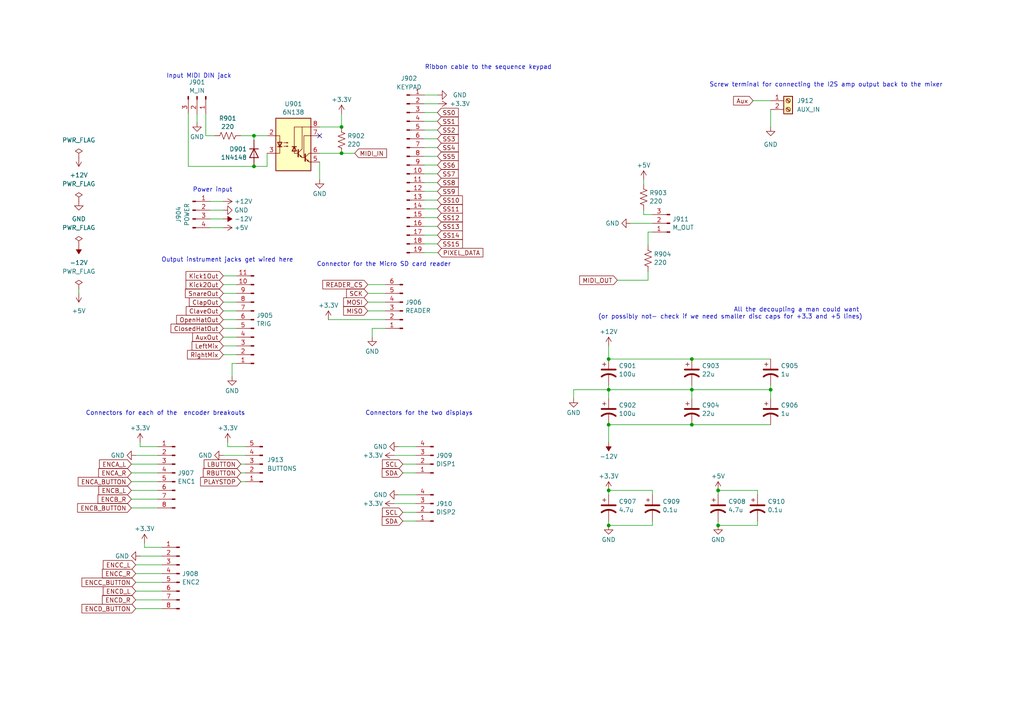
<source format=kicad_sch>
(kicad_sch (version 20230121) (generator eeschema)
  (paper "A4")
  (lib_symbols
    (symbol "Connector:Conn_01x03_Pin" (pin_names (offset 1.016) hide)
      (property "Reference" "J" (at 0 5.08 0))
      (property "Value" "Conn_01x03_Pin" (at 0 -5.08 0))
      (symbol "Conn_01x03_Pin_1_1"
        (polyline (pts (xy 1.27 -2.54) (xy 0.8636 -2.54)) (stroke (width 0.1524)))
        (polyline (pts (xy 1.27 0) (xy 0.8636 0)) (stroke (width 0.1524)))
        (polyline (pts (xy 1.27 2.54) (xy 0.8636 2.54)) (stroke (width 0.1524)))
        (rectangle (start 0.8636 -2.413) (end 0 -2.667) (stroke (width 0.1524)) (fill (type outline)))
        (rectangle (start 0.8636 0.127) (end 0 -0.127) (stroke (width 0.1524)) (fill (type outline)))
        (rectangle (start 0.8636 2.667) (end 0 2.413) (stroke (width 0.1524)) (fill (type outline)))
        (pin passive line (at 5.08 2.54 180) (length 3.81) (name "Pin_1") (number "1"))
        (pin passive line (at 5.08 0 180) (length 3.81) (name "Pin_2") (number "2"))
        (pin passive line (at 5.08 -2.54 180) (length 3.81) (name "Pin_3") (number "3"))
      )
    )
    (symbol "Connector:Conn_01x04_Pin" (pin_names (offset 1.016) hide)
      (property "Reference" "J" (at 0 5.08 0))
      (property "Value" "Conn_01x04_Pin" (at 0 -7.62 0))
      (symbol "Conn_01x04_Pin_1_1"
        (polyline (pts (xy 1.27 -5.08) (xy 0.8636 -5.08)) (stroke (width 0.1524)))
        (polyline (pts (xy 1.27 -2.54) (xy 0.8636 -2.54)) (stroke (width 0.1524)))
        (polyline (pts (xy 1.27 0) (xy 0.8636 0)) (stroke (width 0.1524)))
        (polyline (pts (xy 1.27 2.54) (xy 0.8636 2.54)) (stroke (width 0.1524)))
        (rectangle (start 0.8636 -4.953) (end 0 -5.207) (stroke (width 0.1524)) (fill (type outline)))
        (rectangle (start 0.8636 -2.413) (end 0 -2.667) (stroke (width 0.1524)) (fill (type outline)))
        (rectangle (start 0.8636 0.127) (end 0 -0.127) (stroke (width 0.1524)) (fill (type outline)))
        (rectangle (start 0.8636 2.667) (end 0 2.413) (stroke (width 0.1524)) (fill (type outline)))
        (pin passive line (at 5.08 2.54 180) (length 3.81) (name "Pin_1") (number "1"))
        (pin passive line (at 5.08 0 180) (length 3.81) (name "Pin_2") (number "2"))
        (pin passive line (at 5.08 -2.54 180) (length 3.81) (name "Pin_3") (number "3"))
        (pin passive line (at 5.08 -5.08 180) (length 3.81) (name "Pin_4") (number "4"))
      )
    )
    (symbol "Connector:Conn_01x05_Pin" (pin_names (offset 1.016) hide)
      (property "Reference" "J" (at 0 7.62 0))
      (property "Value" "Conn_01x05_Pin" (at 0 -7.62 0))
      (symbol "Conn_01x05_Pin_1_1"
        (polyline (pts (xy 1.27 -5.08) (xy 0.8636 -5.08)) (stroke (width 0.1524)))
        (polyline (pts (xy 1.27 -2.54) (xy 0.8636 -2.54)) (stroke (width 0.1524)))
        (polyline (pts (xy 1.27 0) (xy 0.8636 0)) (stroke (width 0.1524)))
        (polyline (pts (xy 1.27 2.54) (xy 0.8636 2.54)) (stroke (width 0.1524)))
        (polyline (pts (xy 1.27 5.08) (xy 0.8636 5.08)) (stroke (width 0.1524)))
        (rectangle (start 0.8636 -4.953) (end 0 -5.207) (stroke (width 0.1524)) (fill (type outline)))
        (rectangle (start 0.8636 -2.413) (end 0 -2.667) (stroke (width 0.1524)) (fill (type outline)))
        (rectangle (start 0.8636 0.127) (end 0 -0.127) (stroke (width 0.1524)) (fill (type outline)))
        (rectangle (start 0.8636 2.667) (end 0 2.413) (stroke (width 0.1524)) (fill (type outline)))
        (rectangle (start 0.8636 5.207) (end 0 4.953) (stroke (width 0.1524)) (fill (type outline)))
        (pin passive line (at 5.08 5.08 180) (length 3.81) (name "Pin_1") (number "1"))
        (pin passive line (at 5.08 2.54 180) (length 3.81) (name "Pin_2") (number "2"))
        (pin passive line (at 5.08 0 180) (length 3.81) (name "Pin_3") (number "3"))
        (pin passive line (at 5.08 -2.54 180) (length 3.81) (name "Pin_4") (number "4"))
        (pin passive line (at 5.08 -5.08 180) (length 3.81) (name "Pin_5") (number "5"))
      )
    )
    (symbol "Connector:Conn_01x06_Pin" (pin_names (offset 1.016) hide)
      (property "Reference" "J" (at 0 7.62 0))
      (property "Value" "Conn_01x06_Pin" (at 0 -10.16 0))
      (symbol "Conn_01x06_Pin_1_1"
        (polyline (pts (xy 1.27 -7.62) (xy 0.8636 -7.62)) (stroke (width 0.1524)))
        (polyline (pts (xy 1.27 -5.08) (xy 0.8636 -5.08)) (stroke (width 0.1524)))
        (polyline (pts (xy 1.27 -2.54) (xy 0.8636 -2.54)) (stroke (width 0.1524)))
        (polyline (pts (xy 1.27 0) (xy 0.8636 0)) (stroke (width 0.1524)))
        (polyline (pts (xy 1.27 2.54) (xy 0.8636 2.54)) (stroke (width 0.1524)))
        (polyline (pts (xy 1.27 5.08) (xy 0.8636 5.08)) (stroke (width 0.1524)))
        (rectangle (start 0.8636 -7.493) (end 0 -7.747) (stroke (width 0.1524)) (fill (type outline)))
        (rectangle (start 0.8636 -4.953) (end 0 -5.207) (stroke (width 0.1524)) (fill (type outline)))
        (rectangle (start 0.8636 -2.413) (end 0 -2.667) (stroke (width 0.1524)) (fill (type outline)))
        (rectangle (start 0.8636 0.127) (end 0 -0.127) (stroke (width 0.1524)) (fill (type outline)))
        (rectangle (start 0.8636 2.667) (end 0 2.413) (stroke (width 0.1524)) (fill (type outline)))
        (rectangle (start 0.8636 5.207) (end 0 4.953) (stroke (width 0.1524)) (fill (type outline)))
        (pin passive line (at 5.08 5.08 180) (length 3.81) (name "Pin_1") (number "1"))
        (pin passive line (at 5.08 2.54 180) (length 3.81) (name "Pin_2") (number "2"))
        (pin passive line (at 5.08 0 180) (length 3.81) (name "Pin_3") (number "3"))
        (pin passive line (at 5.08 -2.54 180) (length 3.81) (name "Pin_4") (number "4"))
        (pin passive line (at 5.08 -5.08 180) (length 3.81) (name "Pin_5") (number "5"))
        (pin passive line (at 5.08 -7.62 180) (length 3.81) (name "Pin_6") (number "6"))
      )
    )
    (symbol "Connector:Conn_01x08_Pin" (pin_names (offset 1.016) hide)
      (property "Reference" "J" (at 0 10.16 0))
      (property "Value" "Conn_01x08_Pin" (at 0 -12.7 0))
      (symbol "Conn_01x08_Pin_1_1"
        (polyline (pts (xy 1.27 -10.16) (xy 0.8636 -10.16)) (stroke (width 0.1524)))
        (polyline (pts (xy 1.27 -7.62) (xy 0.8636 -7.62)) (stroke (width 0.1524)))
        (polyline (pts (xy 1.27 -5.08) (xy 0.8636 -5.08)) (stroke (width 0.1524)))
        (polyline (pts (xy 1.27 -2.54) (xy 0.8636 -2.54)) (stroke (width 0.1524)))
        (polyline (pts (xy 1.27 0) (xy 0.8636 0)) (stroke (width 0.1524)))
        (polyline (pts (xy 1.27 2.54) (xy 0.8636 2.54)) (stroke (width 0.1524)))
        (polyline (pts (xy 1.27 5.08) (xy 0.8636 5.08)) (stroke (width 0.1524)))
        (polyline (pts (xy 1.27 7.62) (xy 0.8636 7.62)) (stroke (width 0.1524)))
        (rectangle (start 0.8636 -10.033) (end 0 -10.287) (stroke (width 0.1524)) (fill (type outline)))
        (rectangle (start 0.8636 -7.493) (end 0 -7.747) (stroke (width 0.1524)) (fill (type outline)))
        (rectangle (start 0.8636 -4.953) (end 0 -5.207) (stroke (width 0.1524)) (fill (type outline)))
        (rectangle (start 0.8636 -2.413) (end 0 -2.667) (stroke (width 0.1524)) (fill (type outline)))
        (rectangle (start 0.8636 0.127) (end 0 -0.127) (stroke (width 0.1524)) (fill (type outline)))
        (rectangle (start 0.8636 2.667) (end 0 2.413) (stroke (width 0.1524)) (fill (type outline)))
        (rectangle (start 0.8636 5.207) (end 0 4.953) (stroke (width 0.1524)) (fill (type outline)))
        (rectangle (start 0.8636 7.747) (end 0 7.493) (stroke (width 0.1524)) (fill (type outline)))
        (pin passive line (at 5.08 7.62 180) (length 3.81) (name "Pin_1") (number "1"))
        (pin passive line (at 5.08 5.08 180) (length 3.81) (name "Pin_2") (number "2"))
        (pin passive line (at 5.08 2.54 180) (length 3.81) (name "Pin_3") (number "3"))
        (pin passive line (at 5.08 0 180) (length 3.81) (name "Pin_4") (number "4"))
        (pin passive line (at 5.08 -2.54 180) (length 3.81) (name "Pin_5") (number "5"))
        (pin passive line (at 5.08 -5.08 180) (length 3.81) (name "Pin_6") (number "6"))
        (pin passive line (at 5.08 -7.62 180) (length 3.81) (name "Pin_7") (number "7"))
        (pin passive line (at 5.08 -10.16 180) (length 3.81) (name "Pin_8") (number "8"))
      )
    )
    (symbol "Connector:Conn_01x11_Pin" (pin_names (offset 1.016) hide)
      (property "Reference" "J" (at 0 15.24 0))
      (property "Value" "Conn_01x11_Pin" (at 0 -15.24 0))
      (symbol "Conn_01x11_Pin_1_1"
        (polyline (pts (xy 1.27 -12.7) (xy 0.8636 -12.7)) (stroke (width 0.1524)))
        (polyline (pts (xy 1.27 -10.16) (xy 0.8636 -10.16)) (stroke (width 0.1524)))
        (polyline (pts (xy 1.27 -7.62) (xy 0.8636 -7.62)) (stroke (width 0.1524)))
        (polyline (pts (xy 1.27 -5.08) (xy 0.8636 -5.08)) (stroke (width 0.1524)))
        (polyline (pts (xy 1.27 -2.54) (xy 0.8636 -2.54)) (stroke (width 0.1524)))
        (polyline (pts (xy 1.27 0) (xy 0.8636 0)) (stroke (width 0.1524)))
        (polyline (pts (xy 1.27 2.54) (xy 0.8636 2.54)) (stroke (width 0.1524)))
        (polyline (pts (xy 1.27 5.08) (xy 0.8636 5.08)) (stroke (width 0.1524)))
        (polyline (pts (xy 1.27 7.62) (xy 0.8636 7.62)) (stroke (width 0.1524)))
        (polyline (pts (xy 1.27 10.16) (xy 0.8636 10.16)) (stroke (width 0.1524)))
        (polyline (pts (xy 1.27 12.7) (xy 0.8636 12.7)) (stroke (width 0.1524)))
        (rectangle (start 0.8636 -12.573) (end 0 -12.827) (stroke (width 0.1524)) (fill (type outline)))
        (rectangle (start 0.8636 -10.033) (end 0 -10.287) (stroke (width 0.1524)) (fill (type outline)))
        (rectangle (start 0.8636 -7.493) (end 0 -7.747) (stroke (width 0.1524)) (fill (type outline)))
        (rectangle (start 0.8636 -4.953) (end 0 -5.207) (stroke (width 0.1524)) (fill (type outline)))
        (rectangle (start 0.8636 -2.413) (end 0 -2.667) (stroke (width 0.1524)) (fill (type outline)))
        (rectangle (start 0.8636 0.127) (end 0 -0.127) (stroke (width 0.1524)) (fill (type outline)))
        (rectangle (start 0.8636 2.667) (end 0 2.413) (stroke (width 0.1524)) (fill (type outline)))
        (rectangle (start 0.8636 5.207) (end 0 4.953) (stroke (width 0.1524)) (fill (type outline)))
        (rectangle (start 0.8636 7.747) (end 0 7.493) (stroke (width 0.1524)) (fill (type outline)))
        (rectangle (start 0.8636 10.287) (end 0 10.033) (stroke (width 0.1524)) (fill (type outline)))
        (rectangle (start 0.8636 12.827) (end 0 12.573) (stroke (width 0.1524)) (fill (type outline)))
        (pin passive line (at 5.08 12.7 180) (length 3.81) (name "Pin_1") (number "1"))
        (pin passive line (at 5.08 -10.16 180) (length 3.81) (name "Pin_10") (number "10"))
        (pin passive line (at 5.08 -12.7 180) (length 3.81) (name "Pin_11") (number "11"))
        (pin passive line (at 5.08 10.16 180) (length 3.81) (name "Pin_2") (number "2"))
        (pin passive line (at 5.08 7.62 180) (length 3.81) (name "Pin_3") (number "3"))
        (pin passive line (at 5.08 5.08 180) (length 3.81) (name "Pin_4") (number "4"))
        (pin passive line (at 5.08 2.54 180) (length 3.81) (name "Pin_5") (number "5"))
        (pin passive line (at 5.08 0 180) (length 3.81) (name "Pin_6") (number "6"))
        (pin passive line (at 5.08 -2.54 180) (length 3.81) (name "Pin_7") (number "7"))
        (pin passive line (at 5.08 -5.08 180) (length 3.81) (name "Pin_8") (number "8"))
        (pin passive line (at 5.08 -7.62 180) (length 3.81) (name "Pin_9") (number "9"))
      )
    )
    (symbol "Connector:Conn_01x19_Pin" (pin_names (offset 1.016) hide)
      (property "Reference" "J" (at 0 25.4 0))
      (property "Value" "Conn_01x19_Pin" (at 0 -25.4 0))
      (symbol "Conn_01x19_Pin_1_1"
        (polyline (pts (xy 1.27 -22.86) (xy 0.8636 -22.86)) (stroke (width 0.1524)))
        (polyline (pts (xy 1.27 -20.32) (xy 0.8636 -20.32)) (stroke (width 0.1524)))
        (polyline (pts (xy 1.27 -17.78) (xy 0.8636 -17.78)) (stroke (width 0.1524)))
        (polyline (pts (xy 1.27 -15.24) (xy 0.8636 -15.24)) (stroke (width 0.1524)))
        (polyline (pts (xy 1.27 -12.7) (xy 0.8636 -12.7)) (stroke (width 0.1524)))
        (polyline (pts (xy 1.27 -10.16) (xy 0.8636 -10.16)) (stroke (width 0.1524)))
        (polyline (pts (xy 1.27 -7.62) (xy 0.8636 -7.62)) (stroke (width 0.1524)))
        (polyline (pts (xy 1.27 -5.08) (xy 0.8636 -5.08)) (stroke (width 0.1524)))
        (polyline (pts (xy 1.27 -2.54) (xy 0.8636 -2.54)) (stroke (width 0.1524)))
        (polyline (pts (xy 1.27 0) (xy 0.8636 0)) (stroke (width 0.1524)))
        (polyline (pts (xy 1.27 2.54) (xy 0.8636 2.54)) (stroke (width 0.1524)))
        (polyline (pts (xy 1.27 5.08) (xy 0.8636 5.08)) (stroke (width 0.1524)))
        (polyline (pts (xy 1.27 7.62) (xy 0.8636 7.62)) (stroke (width 0.1524)))
        (polyline (pts (xy 1.27 10.16) (xy 0.8636 10.16)) (stroke (width 0.1524)))
        (polyline (pts (xy 1.27 12.7) (xy 0.8636 12.7)) (stroke (width 0.1524)))
        (polyline (pts (xy 1.27 15.24) (xy 0.8636 15.24)) (stroke (width 0.1524)))
        (polyline (pts (xy 1.27 17.78) (xy 0.8636 17.78)) (stroke (width 0.1524)))
        (polyline (pts (xy 1.27 20.32) (xy 0.8636 20.32)) (stroke (width 0.1524)))
        (polyline (pts (xy 1.27 22.86) (xy 0.8636 22.86)) (stroke (width 0.1524)))
        (rectangle (start 0.8636 -22.733) (end 0 -22.987) (stroke (width 0.1524)) (fill (type outline)))
        (rectangle (start 0.8636 -20.193) (end 0 -20.447) (stroke (width 0.1524)) (fill (type outline)))
        (rectangle (start 0.8636 -17.653) (end 0 -17.907) (stroke (width 0.1524)) (fill (type outline)))
        (rectangle (start 0.8636 -15.113) (end 0 -15.367) (stroke (width 0.1524)) (fill (type outline)))
        (rectangle (start 0.8636 -12.573) (end 0 -12.827) (stroke (width 0.1524)) (fill (type outline)))
        (rectangle (start 0.8636 -10.033) (end 0 -10.287) (stroke (width 0.1524)) (fill (type outline)))
        (rectangle (start 0.8636 -7.493) (end 0 -7.747) (stroke (width 0.1524)) (fill (type outline)))
        (rectangle (start 0.8636 -4.953) (end 0 -5.207) (stroke (width 0.1524)) (fill (type outline)))
        (rectangle (start 0.8636 -2.413) (end 0 -2.667) (stroke (width 0.1524)) (fill (type outline)))
        (rectangle (start 0.8636 0.127) (end 0 -0.127) (stroke (width 0.1524)) (fill (type outline)))
        (rectangle (start 0.8636 2.667) (end 0 2.413) (stroke (width 0.1524)) (fill (type outline)))
        (rectangle (start 0.8636 5.207) (end 0 4.953) (stroke (width 0.1524)) (fill (type outline)))
        (rectangle (start 0.8636 7.747) (end 0 7.493) (stroke (width 0.1524)) (fill (type outline)))
        (rectangle (start 0.8636 10.287) (end 0 10.033) (stroke (width 0.1524)) (fill (type outline)))
        (rectangle (start 0.8636 12.827) (end 0 12.573) (stroke (width 0.1524)) (fill (type outline)))
        (rectangle (start 0.8636 15.367) (end 0 15.113) (stroke (width 0.1524)) (fill (type outline)))
        (rectangle (start 0.8636 17.907) (end 0 17.653) (stroke (width 0.1524)) (fill (type outline)))
        (rectangle (start 0.8636 20.447) (end 0 20.193) (stroke (width 0.1524)) (fill (type outline)))
        (rectangle (start 0.8636 22.987) (end 0 22.733) (stroke (width 0.1524)) (fill (type outline)))
        (pin passive line (at 5.08 22.86 180) (length 3.81) (name "Pin_1") (number "1"))
        (pin passive line (at 5.08 0 180) (length 3.81) (name "Pin_10") (number "10"))
        (pin passive line (at 5.08 -2.54 180) (length 3.81) (name "Pin_11") (number "11"))
        (pin passive line (at 5.08 -5.08 180) (length 3.81) (name "Pin_12") (number "12"))
        (pin passive line (at 5.08 -7.62 180) (length 3.81) (name "Pin_13") (number "13"))
        (pin passive line (at 5.08 -10.16 180) (length 3.81) (name "Pin_14") (number "14"))
        (pin passive line (at 5.08 -12.7 180) (length 3.81) (name "Pin_15") (number "15"))
        (pin passive line (at 5.08 -15.24 180) (length 3.81) (name "Pin_16") (number "16"))
        (pin passive line (at 5.08 -17.78 180) (length 3.81) (name "Pin_17") (number "17"))
        (pin passive line (at 5.08 -20.32 180) (length 3.81) (name "Pin_18") (number "18"))
        (pin passive line (at 5.08 -22.86 180) (length 3.81) (name "Pin_19") (number "19"))
        (pin passive line (at 5.08 20.32 180) (length 3.81) (name "Pin_2") (number "2"))
        (pin passive line (at 5.08 17.78 180) (length 3.81) (name "Pin_3") (number "3"))
        (pin passive line (at 5.08 15.24 180) (length 3.81) (name "Pin_4") (number "4"))
        (pin passive line (at 5.08 12.7 180) (length 3.81) (name "Pin_5") (number "5"))
        (pin passive line (at 5.08 10.16 180) (length 3.81) (name "Pin_6") (number "6"))
        (pin passive line (at 5.08 7.62 180) (length 3.81) (name "Pin_7") (number "7"))
        (pin passive line (at 5.08 5.08 180) (length 3.81) (name "Pin_8") (number "8"))
        (pin passive line (at 5.08 2.54 180) (length 3.81) (name "Pin_9") (number "9"))
      )
    )
    (symbol "Connector:Screw_Terminal_01x02" (pin_names (offset 1.016) hide)
      (property "Reference" "J" (at 0 2.54 0))
      (property "Value" "Screw_Terminal_01x02" (at 0 -5.08 0))
      (symbol "Screw_Terminal_01x02_1_1"
        (rectangle (start -1.27 1.27) (end 1.27 -3.81) (stroke (width 0.254)) (fill (type background)))
        (circle (center 0 -2.54) (radius 0.635) (stroke (width 0.1524)))
        (polyline (pts (xy -0.5334 -2.2098) (xy 0.3302 -3.048)) (stroke (width 0.1524)))
        (polyline (pts (xy -0.5334 0.3302) (xy 0.3302 -0.508)) (stroke (width 0.1524)))
        (polyline (pts (xy -0.3556 -2.032) (xy 0.508 -2.8702)) (stroke (width 0.1524)))
        (polyline (pts (xy -0.3556 0.508) (xy 0.508 -0.3302)) (stroke (width 0.1524)))
        (circle (center 0 0) (radius 0.635) (stroke (width 0.1524)))
        (pin passive line (at -5.08 0 0) (length 3.81) (name "Pin_1") (number "1"))
        (pin passive line (at -5.08 -2.54 0) (length 3.81) (name "Pin_2") (number "2"))
      )
    )
    (symbol "Device:C_Polarized_US" (pin_numbers hide) (pin_names (offset 0.254) hide)
      (property "Reference" "C" (at 0.635 2.54 0))
      (property "Value" "C_Polarized_US" (at 0.635 -2.54 0))
      (symbol "C_Polarized_US_0_1"
        (polyline (pts (xy -2.032 0.762) (xy 2.032 0.762)) (stroke (width 0.508)))
        (polyline (pts (xy -1.778 2.286) (xy -0.762 2.286)))
        (polyline (pts (xy -1.27 1.778) (xy -1.27 2.794)))
        (arc (start 2.032 -1.27) (mid 0 -0.5572) (end -2.032 -1.27) (stroke (width 0.508)))
      )
      (symbol "C_Polarized_US_1_1"
        (pin passive line (at 0 3.81 270) (length 2.794) (name "~") (number "1"))
        (pin passive line (at 0 -3.81 90) (length 3.302) (name "~") (number "2"))
      )
    )
    (symbol "Device:R_US" (pin_numbers hide) (pin_names (offset 0))
      (property "Reference" "R" (at 2.54 0 90))
      (property "Value" "R_US" (at -2.54 0 90))
      (symbol "R_US_0_1"
        (polyline (pts (xy 0 -2.286) (xy 0 -2.54)))
        (polyline (pts (xy 0 2.286) (xy 0 2.54)))
        (polyline (pts (xy 0 -0.762) (xy 1.016 -1.143) (xy 0 -1.524) (xy -1.016 -1.905) (xy 0 -2.286)))
        (polyline (pts (xy 0 0.762) (xy 1.016 0.381) (xy 0 0) (xy -1.016 -0.381) (xy 0 -0.762)))
        (polyline (pts (xy 0 2.286) (xy 1.016 1.905) (xy 0 1.524) (xy -1.016 1.143) (xy 0 0.762)))
      )
      (symbol "R_US_1_1"
        (pin passive line (at 0 3.81 270) (length 1.27) (name "~") (number "1"))
        (pin passive line (at 0 -3.81 90) (length 1.27) (name "~") (number "2"))
      )
    )
    (symbol "Diode:1N4148" (pin_numbers hide) (pin_names hide)
      (property "Reference" "D" (at 0 2.54 0))
      (property "Value" "1N4148" (at 0 -2.54 0))
      (symbol "1N4148_0_1"
        (polyline (pts (xy -1.27 1.27) (xy -1.27 -1.27)) (stroke (width 0.254)))
        (polyline (pts (xy 1.27 0) (xy -1.27 0)))
        (polyline (pts (xy 1.27 1.27) (xy 1.27 -1.27) (xy -1.27 0) (xy 1.27 1.27)) (stroke (width 0.254)))
      )
      (symbol "1N4148_1_1"
        (pin passive line (at -3.81 0 0) (length 2.54) (name "K") (number "1"))
        (pin passive line (at 3.81 0 180) (length 2.54) (name "A") (number "2"))
      )
    )
    (symbol "Isolator:6N138" (pin_names (offset 1.016) hide)
      (property "Reference" "U" (at -4.064 8.89 0))
      (property "Value" "6N138" (at 2.286 8.89 0))
      (symbol "6N138_0_1"
        (rectangle (start -5.08 7.62) (end 5.08 -7.62) (stroke (width 0.254)) (fill (type background)))
        (polyline (pts (xy -4.572 -0.635) (xy -3.302 -0.635)) (stroke (width 0.254)))
        (polyline (pts (xy 0.889 -0.635) (xy -0.381 -0.635)) (stroke (width 0.254)))
        (polyline (pts (xy 1.397 -2.667) (xy 2.54 -3.81)))
        (polyline (pts (xy 1.397 -2.413) (xy 2.54 -1.27)))
        (polyline (pts (xy 2.54 -3.81) (xy 3.175 -3.81)))
        (polyline (pts (xy 3.429 -3.937) (xy 4.572 -5.08)))
        (polyline (pts (xy 3.429 -3.683) (xy 4.572 -2.54)))
        (polyline (pts (xy 4.572 -5.08) (xy 5.08 -5.08)))
        (polyline (pts (xy 4.572 -2.54) (xy 5.08 -2.54)))
        (polyline (pts (xy 1.397 -1.524) (xy 1.397 -3.556) (xy 1.397 -3.556)) (stroke (width 0.3556)))
        (polyline (pts (xy 2.54 -1.27) (xy 2.54 5.08) (xy 5.08 5.08)))
        (polyline (pts (xy 3.429 -2.794) (xy 3.429 -4.826) (xy 3.429 -4.826)) (stroke (width 0.3556)))
        (polyline (pts (xy 5.08 2.54) (xy 3.048 2.54) (xy 3.048 -3.81)))
        (polyline (pts (xy -5.08 -2.54) (xy -3.937 -2.54) (xy -3.937 2.54) (xy -5.08 2.54)))
        (polyline (pts (xy -3.937 -0.635) (xy -4.572 0.635) (xy -3.302 0.635) (xy -3.937 -0.635)) (stroke (width 0.254)))
        (polyline (pts (xy 0.254 -0.635) (xy 0.889 -1.905) (xy -0.381 -1.905) (xy 0.254 -0.635)) (stroke (width 0.254)))
        (polyline (pts (xy 1.27 -2.54) (xy 0.254 -2.54) (xy 0.254 5.08) (xy 2.54 5.08)))
        (polyline (pts (xy 2.413 -3.683) (xy 2.159 -3.175) (xy 1.905 -3.429) (xy 2.413 -3.683)))
        (polyline (pts (xy 4.445 -4.953) (xy 4.191 -4.445) (xy 3.937 -4.699) (xy 4.445 -4.953)))
        (polyline (pts (xy -2.794 -0.508) (xy -1.524 -0.508) (xy -1.905 -0.635) (xy -1.905 -0.381) (xy -1.524 -0.508)))
        (polyline (pts (xy -2.794 0.508) (xy -1.524 0.508) (xy -1.905 0.381) (xy -1.905 0.635) (xy -1.524 0.508)))
      )
      (symbol "6N138_1_1"
        (pin no_connect line (at -5.08 5.08 0) (length 2.54) hide (name "NC") (number "1"))
        (pin passive line (at -7.62 2.54 0) (length 2.54) (name "C1") (number "2"))
        (pin passive line (at -7.62 -2.54 0) (length 2.54) (name "C2") (number "3"))
        (pin no_connect line (at -5.08 -5.08 0) (length 2.54) hide (name "NC") (number "4"))
        (pin passive line (at 7.62 -5.08 180) (length 2.54) (name "GND") (number "5"))
        (pin passive line (at 7.62 -2.54 180) (length 2.54) (name "VO2") (number "6"))
        (pin passive line (at 7.62 2.54 180) (length 2.54) (name "VO1") (number "7"))
        (pin passive line (at 7.62 5.08 180) (length 2.54) (name "VCC") (number "8"))
      )
    )
    (symbol "PCM_4ms_Power-symbol:+12V" (power) (pin_names (offset 0))
      (property "Value" "+12V" (at 0 3.556 0))
      (symbol "+12V_0_1"
        (polyline (pts (xy -0.762 1.27) (xy 0 2.54)))
        (polyline (pts (xy 0 0) (xy 0 2.54)))
        (polyline (pts (xy 0 2.54) (xy 0.762 1.27)))
      )
      (symbol "+12V_1_1"
        (pin power_in line (at 0 0 90) (length 0) hide (name "+12V") (number "1"))
      )
    )
    (symbol "PCM_4ms_Power-symbol:+5V" (power) (pin_names (offset 0))
      (property "Value" "+5V" (at 0 3.556 0))
      (symbol "+5V_0_1"
        (polyline (pts (xy -0.762 1.27) (xy 0 2.54)))
        (polyline (pts (xy 0 0) (xy 0 2.54)))
        (polyline (pts (xy 0 2.54) (xy 0.762 1.27)))
      )
      (symbol "+5V_1_1"
        (pin power_in line (at 0 0 90) (length 0) hide (name "+5V") (number "1"))
      )
    )
    (symbol "PCM_4ms_Power-symbol:GND" (power) (pin_names (offset 0))
      (property "Value" "GND" (at 0 -3.81 0))
      (symbol "GND_0_1"
        (polyline (pts (xy 0 0) (xy 0 -1.27) (xy 1.27 -1.27) (xy 0 -2.54) (xy -1.27 -1.27) (xy 0 -1.27)))
      )
      (symbol "GND_1_1"
        (pin power_in line (at 0 0 270) (length 0) hide (name "GND") (number "1"))
      )
    )
    (symbol "PCM_4ms_Power-symbol:PWR_FLAG" (power) (pin_numbers hide) (pin_names (offset 0) hide)
      (property "Value" "PWR_FLAG" (at 0 3.81 0))
      (symbol "PWR_FLAG_0_0"
        (pin power_out line (at 0 0 90) (length 0) (name "pwr") (number "1"))
      )
      (symbol "PWR_FLAG_0_1"
        (polyline (pts (xy 0 0) (xy 0 1.27) (xy -1.016 1.905) (xy 0 2.54) (xy 1.016 1.905) (xy 0 1.27)))
      )
    )
    (symbol "power:+3.3V" (power) (pin_names (offset 0))
      (property "Value" "+3.3V" (at 0 3.556 0))
      (symbol "+3.3V_0_1"
        (polyline (pts (xy -0.762 1.27) (xy 0 2.54)))
        (polyline (pts (xy 0 0) (xy 0 2.54)))
        (polyline (pts (xy 0 2.54) (xy 0.762 1.27)))
      )
      (symbol "+3.3V_1_1"
        (pin power_in line (at 0 0 90) (length 0) hide (name "+3.3V") (number "1"))
      )
    )
    (symbol "power:+5V" (power) (pin_names (offset 0))
      (property "Value" "+5V" (at 0 3.556 0))
      (symbol "+5V_0_1"
        (polyline (pts (xy -0.762 1.27) (xy 0 2.54)))
        (polyline (pts (xy 0 0) (xy 0 2.54)))
        (polyline (pts (xy 0 2.54) (xy 0.762 1.27)))
      )
      (symbol "+5V_1_1"
        (pin power_in line (at 0 0 90) (length 0) hide (name "+5V") (number "1"))
      )
    )
    (symbol "power:-12V" (power) (pin_names (offset 0))
      (property "Value" "-12V" (at 0 3.81 0))
      (symbol "-12V_0_0"
        (pin power_in line (at 0 0 90) (length 0) hide (name "-12V") (number "1"))
      )
      (symbol "-12V_0_1"
        (polyline (pts (xy 0 0) (xy 0 1.27) (xy 0.762 1.27) (xy 0 2.54) (xy -0.762 1.27) (xy 0 1.27)) (fill (type outline)))
      )
    )
    (symbol "power:GND" (power) (pin_names (offset 0))
      (property "Value" "GND" (at 0 -3.81 0))
      (symbol "GND_0_1"
        (polyline (pts (xy 0 0) (xy 0 -1.27) (xy 1.27 -1.27) (xy 0 -2.54) (xy -1.27 -1.27) (xy 0 -1.27)))
      )
      (symbol "GND_1_1"
        (pin power_in line (at 0 0 270) (length 0) hide (name "GND") (number "1"))
      )
    )
  )
  (junction (at 200.66 104.14))
  (junction (at 200.66 123.19))
  (junction (at 73.66 39.37))
  (junction (at 200.66 113.03))
  (junction (at 176.53 123.19))
  (junction (at 208.28 142.24))
  (junction (at 208.28 152.4))
  (junction (at 176.53 104.14))
  (junction (at 176.53 152.4))
  (junction (at 73.66 48.26))
  (junction (at 223.52 113.03))
  (junction (at 99.06 36.83))
  (junction (at 176.53 113.03))
  (junction (at 99.06 44.45))
  (junction (at 176.53 142.24))
  (no_connect (at 92.71 39.37))
  (wire (pts (xy 116.84 151.13) (xy 120.65 151.13)))
  (wire (pts (xy 176.53 100.33) (xy 176.53 104.14)))
  (wire (pts (xy 39.37 176.53) (xy 46.99 176.53)))
  (wire (pts (xy 123.063 40.259) (xy 126.873 40.259)))
  (wire (pts (xy 69.85 134.62) (xy 71.12 134.62)))
  (wire (pts (xy 73.66 39.37) (xy 77.47 39.37)))
  (wire (pts (xy 38.1 137.16) (xy 45.72 137.16)))
  (wire (pts (xy 22.86 83.82) (xy 22.86 85.09)))
  (wire (pts (xy 176.53 104.14) (xy 200.66 104.14)))
  (wire (pts (xy 39.37 168.91) (xy 46.99 168.91)))
  (wire (pts (xy 106.68 82.55) (xy 111.76 82.55)))
  (wire (pts (xy 92.71 44.45) (xy 99.06 44.45)))
  (wire (pts (xy 41.91 158.75) (xy 41.91 157.48)))
  (wire (pts (xy 187.96 71.12) (xy 187.96 67.31)))
  (wire (pts (xy 123.063 63.119) (xy 126.873 63.119)))
  (wire (pts (xy 176.53 111.76) (xy 176.53 113.03)))
  (wire (pts (xy 176.53 123.19) (xy 176.53 128.27)))
  (wire (pts (xy 38.1 147.32) (xy 45.72 147.32)))
  (wire (pts (xy 200.66 113.03) (xy 200.66 115.57)))
  (wire (pts (xy 57.15 33.02) (xy 57.15 35.56)))
  (wire (pts (xy 123.063 37.719) (xy 126.873 37.719)))
  (wire (pts (xy 92.71 36.83) (xy 99.06 36.83)))
  (wire (pts (xy 208.28 142.24) (xy 208.28 143.51)))
  (wire (pts (xy 39.37 171.45) (xy 46.99 171.45)))
  (wire (pts (xy 39.37 166.37) (xy 46.99 166.37)))
  (wire (pts (xy 39.37 163.83) (xy 46.99 163.83)))
  (wire (pts (xy 66.04 128.27) (xy 66.04 129.54)))
  (wire (pts (xy 64.77 82.55) (xy 68.58 82.55)))
  (wire (pts (xy 67.31 109.22) (xy 67.31 105.41)))
  (wire (pts (xy 182.88 64.77) (xy 189.23 64.77)))
  (wire (pts (xy 77.47 48.26) (xy 77.47 44.45)))
  (wire (pts (xy 218.44 29.21) (xy 223.52 29.21)))
  (wire (pts (xy 123.063 32.639) (xy 126.873 32.639)))
  (wire (pts (xy 67.31 105.41) (xy 68.58 105.41)))
  (wire (pts (xy 54.61 33.02) (xy 54.61 48.26)))
  (wire (pts (xy 176.53 142.24) (xy 176.53 143.51)))
  (wire (pts (xy 60.96 63.5) (xy 64.77 63.5)))
  (wire (pts (xy 69.85 139.7) (xy 71.12 139.7)))
  (wire (pts (xy 166.37 113.03) (xy 176.53 113.03)))
  (wire (pts (xy 40.64 129.54) (xy 40.64 128.27)))
  (wire (pts (xy 69.85 39.37) (xy 73.66 39.37)))
  (wire (pts (xy 73.66 39.37) (xy 73.66 40.64)))
  (wire (pts (xy 73.66 48.26) (xy 77.47 48.26)))
  (wire (pts (xy 64.77 95.25) (xy 68.58 95.25)))
  (wire (pts (xy 223.52 31.75) (xy 223.52 36.83)))
  (wire (pts (xy 187.96 81.28) (xy 187.96 78.74)))
  (wire (pts (xy 219.71 152.4) (xy 219.71 151.13)))
  (wire (pts (xy 106.68 87.63) (xy 111.76 87.63)))
  (wire (pts (xy 54.61 48.26) (xy 73.66 48.26)))
  (wire (pts (xy 189.23 142.24) (xy 189.23 143.51)))
  (wire (pts (xy 200.66 111.76) (xy 200.66 113.03)))
  (wire (pts (xy 59.69 39.37) (xy 62.23 39.37)))
  (wire (pts (xy 95.25 92.71) (xy 111.76 92.71)))
  (wire (pts (xy 123.063 52.959) (xy 126.873 52.959)))
  (wire (pts (xy 123.063 68.199) (xy 126.873 68.199)))
  (wire (pts (xy 116.84 148.59) (xy 120.65 148.59)))
  (wire (pts (xy 38.1 142.24) (xy 45.72 142.24)))
  (wire (pts (xy 116.84 137.16) (xy 120.65 137.16)))
  (wire (pts (xy 64.77 87.63) (xy 68.58 87.63)))
  (wire (pts (xy 66.04 129.54) (xy 71.12 129.54)))
  (wire (pts (xy 189.23 62.23) (xy 186.69 62.23)))
  (wire (pts (xy 64.77 102.87) (xy 68.58 102.87)))
  (wire (pts (xy 114.3 132.08) (xy 120.65 132.08)))
  (wire (pts (xy 45.72 129.54) (xy 40.64 129.54)))
  (wire (pts (xy 123.063 35.179) (xy 126.873 35.179)))
  (wire (pts (xy 99.06 44.45) (xy 102.87 44.45)))
  (wire (pts (xy 208.28 142.24) (xy 219.71 142.24)))
  (wire (pts (xy 166.37 115.57) (xy 166.37 113.03)))
  (wire (pts (xy 176.53 113.03) (xy 200.66 113.03)))
  (wire (pts (xy 208.28 151.13) (xy 208.28 152.4)))
  (wire (pts (xy 123.063 47.879) (xy 126.873 47.879)))
  (wire (pts (xy 106.68 90.17) (xy 111.76 90.17)))
  (wire (pts (xy 64.77 92.71) (xy 68.58 92.71)))
  (wire (pts (xy 176.53 123.19) (xy 200.66 123.19)))
  (wire (pts (xy 123.063 30.099) (xy 127 30.099)))
  (wire (pts (xy 123.063 50.419) (xy 126.873 50.419)))
  (wire (pts (xy 186.69 62.23) (xy 186.69 60.96)))
  (wire (pts (xy 39.37 132.08) (xy 45.72 132.08)))
  (wire (pts (xy 219.71 142.24) (xy 219.71 143.51)))
  (wire (pts (xy 176.53 113.03) (xy 176.53 115.57)))
  (wire (pts (xy 223.52 111.76) (xy 223.52 113.03)))
  (wire (pts (xy 60.96 60.96) (xy 64.77 60.96)))
  (wire (pts (xy 123.063 42.799) (xy 126.873 42.799)))
  (wire (pts (xy 123.063 27.559) (xy 127 27.559)))
  (wire (pts (xy 186.69 52.07) (xy 186.69 53.34)))
  (wire (pts (xy 59.69 33.02) (xy 59.69 39.37)))
  (wire (pts (xy 38.1 144.78) (xy 45.72 144.78)))
  (wire (pts (xy 64.77 132.08) (xy 71.12 132.08)))
  (wire (pts (xy 60.96 66.04) (xy 64.77 66.04)))
  (wire (pts (xy 64.77 90.17) (xy 68.58 90.17)))
  (wire (pts (xy 189.23 152.4) (xy 189.23 151.13)))
  (wire (pts (xy 107.95 95.25) (xy 111.76 95.25)))
  (wire (pts (xy 99.06 33.02) (xy 99.06 36.83)))
  (wire (pts (xy 38.1 139.7) (xy 45.72 139.7)))
  (wire (pts (xy 115.57 143.51) (xy 120.65 143.51)))
  (wire (pts (xy 176.53 142.24) (xy 189.23 142.24)))
  (wire (pts (xy 69.85 137.16) (xy 71.12 137.16)))
  (wire (pts (xy 123.063 55.499) (xy 126.873 55.499)))
  (wire (pts (xy 200.66 113.03) (xy 223.52 113.03)))
  (wire (pts (xy 107.95 97.79) (xy 107.95 95.25)))
  (wire (pts (xy 106.68 85.09) (xy 111.76 85.09)))
  (wire (pts (xy 60.96 58.42) (xy 64.77 58.42)))
  (wire (pts (xy 64.77 85.09) (xy 68.58 85.09)))
  (wire (pts (xy 187.96 67.31) (xy 189.23 67.31)))
  (wire (pts (xy 123.063 45.339) (xy 126.873 45.339)))
  (wire (pts (xy 64.77 97.79) (xy 68.58 97.79)))
  (wire (pts (xy 114.3 146.05) (xy 120.65 146.05)))
  (wire (pts (xy 123.063 58.039) (xy 126.873 58.039)))
  (wire (pts (xy 123.063 73.279) (xy 127 73.279)))
  (wire (pts (xy 123.063 70.739) (xy 126.873 70.739)))
  (wire (pts (xy 176.53 151.13) (xy 176.53 152.4)))
  (wire (pts (xy 200.66 123.19) (xy 223.52 123.19)))
  (wire (pts (xy 223.52 113.03) (xy 223.52 115.57)))
  (wire (pts (xy 123.063 60.579) (xy 126.873 60.579)))
  (wire (pts (xy 176.53 152.4) (xy 189.23 152.4)))
  (wire (pts (xy 39.37 173.99) (xy 46.99 173.99)))
  (wire (pts (xy 40.64 161.29) (xy 46.99 161.29)))
  (wire (pts (xy 208.28 152.4) (xy 219.71 152.4)))
  (wire (pts (xy 115.57 129.54) (xy 120.65 129.54)))
  (wire (pts (xy 46.99 158.75) (xy 41.91 158.75)))
  (wire (pts (xy 200.66 104.14) (xy 223.52 104.14)))
  (wire (pts (xy 92.71 46.99) (xy 92.71 52.07)))
  (wire (pts (xy 123.063 65.659) (xy 126.873 65.659)))
  (wire (pts (xy 38.1 134.62) (xy 45.72 134.62)))
  (wire (pts (xy 64.77 80.01) (xy 68.58 80.01)))
  (wire (pts (xy 64.77 100.33) (xy 68.58 100.33)))
  (wire (pts (xy 179.07 81.28) (xy 187.96 81.28)))
  (wire (pts (xy 116.84 134.62) (xy 120.65 134.62)))
  (text "Ribbon cable to the sequence keypad" (at 123.19 20.32 0) (effects (font (size 1.27 1.27)) (justify left bottom)))
  (text "Input MIDI DIN jack" (at 48.26 22.86 0) (effects (font (size 1.27 1.27)) (justify left bottom)))
  (text "Screw terminal for connecting the I2S amp output back to the mixer" (at 205.74 25.4 0) (effects (font (size 1.27 1.27)) (justify left bottom)))
  (text "Output instrument jacks get wired here" (at 85.09 76.2 0) (effects (font (size 1.27 1.27)) (justify right bottom)))
  (text "All the decoupling a man could want \n(or possibly not- check if we need smaller disc caps for +3.3 and +5 lines)" (at 250.19 92.71 0) (effects (font (size 1.27 1.27)) (justify right bottom)))
  (text "Connectors for each of the  encoder breakouts" (at 71.12 120.65 0) (effects (font (size 1.27 1.27)) (justify right bottom)))
  (text "Connector for the Micro SD card reader" (at 130.81 77.47 0) (effects (font (size 1.27 1.27)) (justify right bottom)))
  (text "Connectors for the two displays" (at 137.16 120.65 0) (effects (font (size 1.27 1.27)) (justify right bottom)))
  (text "Power input" (at 55.88 55.88 0) (effects (font (size 1.27 1.27)) (justify left bottom)))
  (global_label "ENCC_R" (shape input) (at 39.37 166.37 180) (property "Intersheetrefs" "${INTERSHEET_REFS}" (effects hide)))
  (global_label "ENCD_L" (shape input) (at 39.37 171.45 180) (property "Intersheetrefs" "${INTERSHEET_REFS}" (effects hide)))
  (global_label "SCL" (shape input) (at 116.84 148.59 180) (property "Intersheetrefs" "${INTERSHEET_REFS}" (effects hide)))
  (global_label "Kick1Out" (shape input) (at 64.77 80.01 180) (property "Intersheetrefs" "${INTERSHEET_REFS}" (effects hide)))
  (global_label "SCL" (shape input) (at 116.84 134.62 180) (property "Intersheetrefs" "${INTERSHEET_REFS}" (effects hide)))
  (global_label "MOSI" (shape input) (at 106.68 87.63 180) (property "Intersheetrefs" "${INTERSHEET_REFS}" (effects hide)))
  (global_label "LBUTTON" (shape input) (at 69.85 134.62 180) (property "Intersheetrefs" "${INTERSHEET_REFS}" (effects hide)))
  (global_label "ENCB_BUTTON" (shape input) (at 38.1 147.32 180) (property "Intersheetrefs" "${INTERSHEET_REFS}" (effects hide)))
  (global_label "MISO" (shape input) (at 106.68 90.17 180) (property "Intersheetrefs" "${INTERSHEET_REFS}" (effects hide)))
  (global_label "READER_CS" (shape input) (at 106.68 82.55 180) (property "Intersheetrefs" "${INTERSHEET_REFS}" (effects hide)))
  (global_label "ENCD_BUTTON" (shape input) (at 39.37 176.53 180) (property "Intersheetrefs" "${INTERSHEET_REFS}" (effects hide)))
  (global_label "RightMix" (shape input) (at 64.77 102.87 180) (property "Intersheetrefs" "${INTERSHEET_REFS}" (effects hide)))
  (global_label "ENCB_R" (shape input) (at 38.1 144.78 180) (property "Intersheetrefs" "${INTERSHEET_REFS}" (effects hide)))
  (global_label "SS13" (shape input) (at 126.873 65.659 0) (property "Intersheetrefs" "${INTERSHEET_REFS}" (effects hide)))
  (global_label "ENCC_L" (shape input) (at 39.37 163.83 180) (property "Intersheetrefs" "${INTERSHEET_REFS}" (effects hide)))
  (global_label "SS7" (shape input) (at 126.873 50.419 0) (property "Intersheetrefs" "${INTERSHEET_REFS}" (effects hide)))
  (global_label "SS10" (shape input) (at 126.873 58.039 0) (property "Intersheetrefs" "${INTERSHEET_REFS}" (effects hide)))
  (global_label "OpenHatOut" (shape input) (at 64.77 92.71 180) (property "Intersheetrefs" "${INTERSHEET_REFS}" (effects hide)))
  (global_label "ENCD_R" (shape input) (at 39.37 173.99 180) (property "Intersheetrefs" "${INTERSHEET_REFS}" (effects hide)))
  (global_label "SS3" (shape input) (at 126.873 40.259 0) (property "Intersheetrefs" "${INTERSHEET_REFS}" (effects hide)))
  (global_label "SS8" (shape input) (at 126.873 52.959 0) (property "Intersheetrefs" "${INTERSHEET_REFS}" (effects hide)))
  (global_label "SDA" (shape input) (at 116.84 151.13 180) (property "Intersheetrefs" "${INTERSHEET_REFS}" (effects hide)))
  (global_label "SS11" (shape input) (at 126.873 60.579 0) (property "Intersheetrefs" "${INTERSHEET_REFS}" (effects hide)))
  (global_label "AuxOut" (shape input) (at 64.77 97.79 180) (property "Intersheetrefs" "${INTERSHEET_REFS}" (effects hide)))
  (global_label "ClosedHatOut" (shape input) (at 64.77 95.25 180) (property "Intersheetrefs" "${INTERSHEET_REFS}" (effects hide)))
  (global_label "SS2" (shape input) (at 126.873 37.719 0) (property "Intersheetrefs" "${INTERSHEET_REFS}" (effects hide)))
  (global_label "SnareOut" (shape input) (at 64.77 85.09 180) (property "Intersheetrefs" "${INTERSHEET_REFS}" (effects hide)))
  (global_label "RBUTTON" (shape input) (at 69.85 137.16 180) (property "Intersheetrefs" "${INTERSHEET_REFS}" (effects hide)))
  (global_label "MIDI_IN" (shape input) (at 102.87 44.45 0) (property "Intersheetrefs" "${INTERSHEET_REFS}" (effects hide)))
  (global_label "SS15" (shape input) (at 126.873 70.739 0) (property "Intersheetrefs" "${INTERSHEET_REFS}" (effects hide)))
  (global_label "SS14" (shape input) (at 126.873 68.199 0) (property "Intersheetrefs" "${INTERSHEET_REFS}" (effects hide)))
  (global_label "SS1" (shape input) (at 126.873 35.179 0) (property "Intersheetrefs" "${INTERSHEET_REFS}" (effects hide)))
  (global_label "ENCB_L" (shape input) (at 38.1 142.24 180) (property "Intersheetrefs" "${INTERSHEET_REFS}" (effects hide)))
  (global_label "SDA" (shape input) (at 116.84 137.16 180) (property "Intersheetrefs" "${INTERSHEET_REFS}" (effects hide)))
  (global_label "SS5" (shape input) (at 126.873 45.339 0) (property "Intersheetrefs" "${INTERSHEET_REFS}" (effects hide)))
  (global_label "ClaveOut" (shape input) (at 64.77 90.17 180) (property "Intersheetrefs" "${INTERSHEET_REFS}" (effects hide)))
  (global_label "Aux" (shape input) (at 218.44 29.21 180) (property "Intersheetrefs" "${INTERSHEET_REFS}" (effects hide)))
  (global_label "Kick2Out" (shape input) (at 64.77 82.55 180) (property "Intersheetrefs" "${INTERSHEET_REFS}" (effects hide)))
  (global_label "SS4" (shape input) (at 126.873 42.799 0) (property "Intersheetrefs" "${INTERSHEET_REFS}" (effects hide)))
  (global_label "ENCC_BUTTON" (shape input) (at 39.37 168.91 180) (property "Intersheetrefs" "${INTERSHEET_REFS}" (effects hide)))
  (global_label "SS0" (shape input) (at 126.873 32.639 0) (property "Intersheetrefs" "${INTERSHEET_REFS}" (effects hide)))
  (global_label "ENCA_R" (shape input) (at 38.1 137.16 180) (property "Intersheetrefs" "${INTERSHEET_REFS}" (effects hide)))
  (global_label "LeftMix" (shape input) (at 64.77 100.33 180) (property "Intersheetrefs" "${INTERSHEET_REFS}" (effects hide)))
  (global_label "PLAYSTOP" (shape input) (at 69.85 139.7 180) (property "Intersheetrefs" "${INTERSHEET_REFS}" (effects hide)))
  (global_label "ENCA_L" (shape input) (at 38.1 134.62 180) (property "Intersheetrefs" "${INTERSHEET_REFS}" (effects hide)))
  (global_label "MIDI_OUT" (shape input) (at 179.07 81.28 180) (property "Intersheetrefs" "${INTERSHEET_REFS}" (effects hide)))
  (global_label "SS9" (shape input) (at 126.873 55.499 0) (property "Intersheetrefs" "${INTERSHEET_REFS}" (effects hide)))
  (global_label "SS12" (shape input) (at 126.873 63.119 0) (property "Intersheetrefs" "${INTERSHEET_REFS}" (effects hide)))
  (global_label "SCK" (shape input) (at 106.68 85.09 180) (property "Intersheetrefs" "${INTERSHEET_REFS}" (effects hide)))
  (global_label "ENCA_BUTTON" (shape input) (at 38.1 139.7 180) (property "Intersheetrefs" "${INTERSHEET_REFS}" (effects hide)))
  (global_label "SS6" (shape input) (at 126.873 47.879 0) (property "Intersheetrefs" "${INTERSHEET_REFS}" (effects hide)))
  (global_label "ClapOut" (shape input) (at 64.77 87.63 180) (property "Intersheetrefs" "${INTERSHEET_REFS}" (effects hide)))
  (global_label "PIXEL_DATA" (shape input) (at 127 73.279 0) (property "Intersheetrefs" "${INTERSHEET_REFS}" (effects hide)))
  (symbol (lib_id "PCM_4ms_Power-symbol:GND") (at 208.28 152.4 0) (unit 1)
    (property "Reference" "#PWR0928" (effects hide))
    (property "Value" "GND" (at 208.28 156.5331 0))
  )
  (symbol (lib_id "power:-12V") (at 176.53 128.27 180) (unit 1)
    (property "Reference" "#PWR0924" (effects hide))
    (property "Value" "-12V" (at 176.53 132.4031 0))
  )
  (symbol (lib_id "Device:C_Polarized_US") (at 176.53 107.95 0) (unit 1)
    (property "Reference" "C901" (at 179.451 106.1029 0) (effects (justify left)))
    (property "Value" "100u" (at 179.451 108.5271 0) (effects (justify left)))
    (property "Footprint" "PCM_Capacitor_THT_AKL_Double:CP_Radial_D5.0mm_P2.50mm" (effects hide))
  )
  (symbol (lib_id "PCM_4ms_Power-symbol:PWR_FLAG") (at 22.86 83.82 0) (unit 1)
    (property "Reference" "#FLG0904" (effects hide))
    (property "Value" "PWR_FLAG" (at 22.86 78.74 0))
  )
  (symbol (lib_id "Device:R_US") (at 99.06 40.64 180) (unit 1)
    (property "Reference" "R902" (at 100.711 39.4279 0) (effects (justify right)))
    (property "Value" "220" (at 100.711 41.8521 0) (effects (justify right)))
    (property "Footprint" "PCM_Resistor_THT_AKL:R_Axial_DIN0207_L6.3mm_D2.5mm_P7.62mm_Horizontal" (effects hide))
  )
  (symbol (lib_id "Connector:Conn_01x06_Pin") (at 116.84 90.17 180) (unit 1)
    (property "Reference" "J906" (at 117.5512 87.6879 0) (effects (justify right)))
    (property "Value" "READER" (at 117.5512 90.1121 0) (effects (justify right)))
    (property "Footprint" "Connector_PinHeader_2.54mm:PinHeader_1x06_P2.54mm_Vertical" (effects hide))
  )
  (symbol (lib_id "PCM_4ms_Power-symbol:PWR_FLAG") (at 22.86 71.12 0) (unit 1)
    (property "Reference" "#FLG0903" (effects hide))
    (property "Value" "PWR_FLAG" (at 22.86 66.04 0))
  )
  (symbol (lib_id "Connector:Conn_01x03_Pin") (at 57.15 27.94 270) (unit 1)
    (property "Reference" "J901" (at 57.15 23.8465 90))
    (property "Value" "M_IN" (at 57.15 26.2707 90))
    (property "Footprint" "Connector_PinHeader_2.54mm:PinHeader_1x03_P2.54mm_Vertical" (effects hide))
  )
  (symbol (lib_id "power:+3.3V") (at 40.64 128.27 0) (unit 1)
    (property "Reference" "#PWR0915" (effects hide))
    (property "Value" "+3.3V" (at 40.64 124.1369 0))
  )
  (symbol (lib_id "PCM_4ms_Power-symbol:GND") (at 182.88 64.77 270) (unit 1)
    (property "Reference" "#PWR0929" (effects hide))
    (property "Value" "GND" (at 179.7051 64.77 90) (effects (justify right)))
  )
  (symbol (lib_id "PCM_4ms_Power-symbol:GND") (at 127 27.559 90) (unit 1)
    (property "Reference" "#PWR0905" (effects hide))
    (property "Value" "GND" (at 131.318 27.559 90) (effects (justify right)))
  )
  (symbol (lib_id "Device:C_Polarized_US") (at 208.28 147.32 0) (unit 1)
    (property "Reference" "C908" (at 211.201 145.4729 0) (effects (justify left)))
    (property "Value" "4.7u" (at 211.201 147.8971 0) (effects (justify left)))
    (property "Footprint" "Capacitor_THT:CP_Radial_D5.0mm_P2.00mm" (effects hide))
  )
  (symbol (lib_id "Connector:Screw_Terminal_01x02") (at 228.6 29.21 0) (unit 1)
    (property "Reference" "J912" (at 231.14 29.21 0) (effects (justify left)))
    (property "Value" "AUX_IN" (at 231.14 31.75 0) (effects (justify left)))
    (property "Footprint" "TerminalBlock_Phoenix:TerminalBlock_Phoenix_MKDS-1,5-2_1x02_P5.00mm_Horizontal" (effects hide))
  )
  (symbol (lib_id "Connector:Conn_01x08_Pin") (at 52.07 166.37 0) (mirror y) (unit 1)
    (property "Reference" "J908" (at 52.7812 166.4279 0) (effects (justify right)))
    (property "Value" "ENC2" (at 52.7812 168.8521 0) (effects (justify right)))
    (property "Footprint" "Connector_PinHeader_2.54mm:PinHeader_1x08_P2.54mm_Vertical" (effects hide))
  )
  (symbol (lib_id "Connector:Conn_01x03_Pin") (at 194.31 64.77 180) (unit 1)
    (property "Reference" "J911" (at 195.0212 63.5579 0) (effects (justify right)))
    (property "Value" "M_OUT" (at 195.0212 65.9821 0) (effects (justify right)))
    (property "Footprint" "Connector_PinHeader_2.54mm:PinHeader_1x03_P2.54mm_Vertical" (effects hide))
  )
  (symbol (lib_id "PCM_4ms_Power-symbol:GND") (at 67.31 109.22 0) (unit 1)
    (property "Reference" "#PWR0912" (effects hide))
    (property "Value" "GND" (at 67.31 113.3531 0))
  )
  (symbol (lib_id "Device:C_Polarized_US") (at 176.53 147.32 0) (unit 1)
    (property "Reference" "C907" (at 179.451 145.4729 0) (effects (justify left)))
    (property "Value" "4.7u" (at 179.451 147.8971 0) (effects (justify left)))
    (property "Footprint" "Capacitor_THT:CP_Radial_D5.0mm_P2.00mm" (effects hide))
  )
  (symbol (lib_id "PCM_4ms_Power-symbol:GND") (at 115.57 143.51 270) (unit 1)
    (property "Reference" "#PWR0922" (effects hide))
    (property "Value" "GND" (at 112.3951 143.51 90) (effects (justify right)))
  )
  (symbol (lib_id "Connector:Conn_01x04_Pin") (at 125.73 134.62 180) (unit 1)
    (property "Reference" "J909" (at 126.4412 132.1379 0) (effects (justify right)))
    (property "Value" "DISP1" (at 126.4412 134.5621 0) (effects (justify right)))
    (property "Footprint" "Connector_PinHeader_2.54mm:PinHeader_1x04_P2.54mm_Vertical" (effects hide))
  )
  (symbol (lib_id "PCM_4ms_Power-symbol:GND") (at 115.57 129.54 270) (unit 1)
    (property "Reference" "#PWR0919" (effects hide))
    (property "Value" "GND" (at 112.3951 129.54 90) (effects (justify right)))
  )
  (symbol (lib_id "PCM_4ms_Power-symbol:GND") (at 107.95 97.79 0) (unit 1)
    (property "Reference" "#PWR0914" (effects hide))
    (property "Value" "GND" (at 107.95 101.9231 0))
  )
  (symbol (lib_id "Isolator:6N138") (at 85.09 41.91 0) (unit 1)
    (property "Reference" "U901" (at 85.09 30.1457 0))
    (property "Value" "6N138" (at 85.09 32.5699 0))
    (property "Footprint" "Package_DIP:DIP-8_W7.62mm" (effects hide))
    (property "Datasheet" "http://www.onsemi.com/pub/Collateral/HCPL2731-D.pdf" (effects hide))
  )
  (symbol (lib_id "power:+3.3V") (at 114.3 146.05 90) (unit 1)
    (property "Reference" "#PWR0921" (effects hide))
    (property "Value" "+3.3V" (at 111.125 146.05 90) (effects (justify left)))
  )
  (symbol (lib_id "PCM_4ms_Power-symbol:GND") (at 166.37 115.57 0) (unit 1)
    (property "Reference" "#PWR0931" (effects hide))
    (property "Value" "GND" (at 166.37 119.7031 0))
  )
  (symbol (lib_id "Device:C_Polarized_US") (at 200.66 107.95 0) (unit 1)
    (property "Reference" "C903" (at 203.581 106.1029 0) (effects (justify left)))
    (property "Value" "22u" (at 203.581 108.5271 0) (effects (justify left)))
    (property "Footprint" "PCM_Capacitor_THT_AKL_Double:CP_Radial_D5.0mm_P2.50mm" (effects hide))
  )
  (symbol (lib_id "Device:R_US") (at 66.04 39.37 90) (unit 1)
    (property "Reference" "R901" (at 66.04 34.3367 90))
    (property "Value" "220" (at 66.04 36.7609 90))
    (property "Footprint" "PCM_Resistor_THT_AKL:R_Axial_DIN0207_L6.3mm_D2.5mm_P7.62mm_Horizontal" (effects hide))
  )
  (symbol (lib_id "power:-12V") (at 22.86 71.12 180) (unit 1)
    (property "Reference" "#PWR0932" (effects hide))
    (property "Value" "-12V" (at 22.86 76.2 0))
  )
  (symbol (lib_id "Device:C_Polarized_US") (at 176.53 119.38 0) (unit 1)
    (property "Reference" "C902" (at 179.451 117.5329 0) (effects (justify left)))
    (property "Value" "100u" (at 179.451 119.9571 0) (effects (justify left)))
    (property "Footprint" "PCM_Capacitor_THT_AKL_Double:CP_Radial_D5.0mm_P2.50mm" (effects hide))
  )
  (symbol (lib_id "Connector:Conn_01x08_Pin") (at 50.8 137.16 0) (mirror y) (unit 1)
    (property "Reference" "J907" (at 51.5112 137.2179 0) (effects (justify right)))
    (property "Value" "ENC1" (at 51.5112 139.6421 0) (effects (justify right)))
    (property "Footprint" "Connector_PinHeader_2.54mm:PinHeader_1x08_P2.54mm_Vertical" (effects hide))
  )
  (symbol (lib_id "Device:C_Polarized_US") (at 223.52 119.38 0) (unit 1)
    (property "Reference" "C906" (at 226.441 117.5329 0) (effects (justify left)))
    (property "Value" "1u" (at 226.441 119.9571 0) (effects (justify left)))
    (property "Footprint" "Capacitor_THT:CP_Radial_D5.0mm_P2.00mm" (effects hide))
  )
  (symbol (lib_id "Device:C_Polarized_US") (at 219.71 147.32 0) (unit 1)
    (property "Reference" "C910" (at 222.631 145.4729 0) (effects (justify left)))
    (property "Value" "0.1u" (at 222.631 147.8971 0) (effects (justify left)))
    (property "Footprint" "Capacitor_THT:CP_Radial_D5.0mm_P2.00mm" (effects hide))
  )
  (symbol (lib_id "Connector:Conn_01x19_Pin") (at 117.983 50.419 0) (unit 1)
    (property "Reference" "J902" (at 118.618 22.733 0))
    (property "Value" "KEYPAD" (at 118.618 25.273 0))
    (property "Footprint" "Connector_PinHeader_2.54mm:PinHeader_1x19_P2.54mm_Vertical" (effects hide))
  )
  (symbol (lib_id "PCM_4ms_Power-symbol:+12V") (at 22.86 45.72 180) (unit 1)
    (property "Reference" "#PWR0934" (effects hide))
    (property "Value" "+12V" (at 22.86 50.8 0))
  )
  (symbol (lib_id "power:+5V") (at 186.69 52.07 0) (unit 1)
    (property "Reference" "#PWR0930" (effects hide))
    (property "Value" "+5V" (at 186.69 47.9369 0))
  )
  (symbol (lib_id "Device:C_Polarized_US") (at 223.52 107.95 0) (unit 1)
    (property "Reference" "C905" (at 226.441 106.1029 0) (effects (justify left)))
    (property "Value" "1u" (at 226.441 108.5271 0) (effects (justify left)))
    (property "Footprint" "Capacitor_THT:CP_Radial_D5.0mm_P2.00mm" (effects hide))
  )
  (symbol (lib_id "power:+3.3V") (at 114.3 132.08 90) (unit 1)
    (property "Reference" "#PWR0920" (effects hide))
    (property "Value" "+3.3V" (at 111.125 132.08 90) (effects (justify left)))
  )
  (symbol (lib_id "PCM_4ms_Power-symbol:GND") (at 22.86 58.42 0) (unit 1)
    (property "Reference" "#PWR0933" (effects hide))
    (property "Value" "GND" (at 22.86 63.5 0))
  )
  (symbol (lib_id "power:+3.3V") (at 127 30.099 270) (unit 1)
    (property "Reference" "#PWR0904" (effects hide))
    (property "Value" "+3.3V" (at 130.429 30.099 90) (effects (justify left)))
  )
  (symbol (lib_id "Device:R_US") (at 187.96 74.93 180) (unit 1)
    (property "Reference" "R904" (at 189.611 73.7179 0) (effects (justify right)))
    (property "Value" "220" (at 189.611 76.1421 0) (effects (justify right)))
    (property "Footprint" "PCM_Resistor_THT_AKL:R_Axial_DIN0207_L6.3mm_D2.5mm_P7.62mm_Horizontal" (effects hide))
  )
  (symbol (lib_id "Connector:Conn_01x04_Pin") (at 55.88 60.96 0) (unit 1)
    (property "Reference" "J904" (at 51.7865 62.23 90))
    (property "Value" "POWER" (at 54.2107 62.23 90))
    (property "Footprint" "Connector_PinHeader_2.54mm:PinHeader_1x04_P2.54mm_Vertical" (effects hide))
  )
  (symbol (lib_id "Connector:Conn_01x05_Pin") (at 76.2 134.62 180) (unit 1)
    (property "Reference" "J913" (at 77.47 133.35 0) (effects (justify right)))
    (property "Value" "BUTTONS" (at 77.47 135.89 0) (effects (justify right)))
    (property "Footprint" "Connector_PinHeader_2.54mm:PinHeader_1x05_P2.54mm_Vertical" (effects hide))
  )
  (symbol (lib_id "power:GND") (at 57.15 35.56 0) (unit 1)
    (property "Reference" "#PWR0901" (effects hide))
    (property "Value" "GND" (at 57.15 39.6931 0))
  )
  (symbol (lib_id "Device:C_Polarized_US") (at 189.23 147.32 0) (unit 1)
    (property "Reference" "C909" (at 192.151 145.4729 0) (effects (justify left)))
    (property "Value" "0.1u" (at 192.151 147.8971 0) (effects (justify left)))
    (property "Footprint" "Capacitor_THT:CP_Radial_D5.0mm_P2.00mm" (effects hide))
  )
  (symbol (lib_id "power:-12V") (at 64.77 63.5 270) (unit 1)
    (property "Reference" "#PWR0910" (effects hide))
    (property "Value" "-12V" (at 67.945 63.5 90) (effects (justify left)))
  )
  (symbol (lib_id "PCM_4ms_Power-symbol:GND") (at 40.64 161.29 270) (unit 1)
    (property "Reference" "#PWR0917" (effects hide))
    (property "Value" "GND" (at 37.4651 161.29 90) (effects (justify right)))
  )
  (symbol (lib_id "power:+3.3V") (at 41.91 157.48 0) (unit 1)
    (property "Reference" "#PWR0918" (effects hide))
    (property "Value" "+3.3V" (at 41.91 153.3469 0))
  )
  (symbol (lib_id "PCM_4ms_Power-symbol:GND") (at 64.77 60.96 90) (unit 1)
    (property "Reference" "#PWR0909" (effects hide))
    (property "Value" "GND" (at 67.945 60.96 90) (effects (justify right)))
  )
  (symbol (lib_id "PCM_4ms_Power-symbol:GND") (at 39.37 132.08 270) (unit 1)
    (property "Reference" "#PWR0916" (effects hide))
    (property "Value" "GND" (at 36.1951 132.08 90) (effects (justify right)))
  )
  (symbol (lib_id "power:+5V") (at 64.77 66.04 270) (unit 1)
    (property "Reference" "#PWR0911" (effects hide))
    (property "Value" "+5V" (at 67.945 66.04 90) (effects (justify left)))
  )
  (symbol (lib_id "PCM_4ms_Power-symbol:GND") (at 176.53 152.4 0) (unit 1)
    (property "Reference" "#PWR0926" (effects hide))
    (property "Value" "GND" (at 176.53 156.5331 0))
  )
  (symbol (lib_id "PCM_4ms_Power-symbol:PWR_FLAG") (at 22.86 45.72 0) (unit 1)
    (property "Reference" "#FLG0902" (effects hide))
    (property "Value" "PWR_FLAG" (at 22.86 40.64 0))
  )
  (symbol (lib_id "power:+5V") (at 208.28 142.24 0) (unit 1)
    (property "Reference" "#PWR0927" (effects hide))
    (property "Value" "+5V" (at 208.28 138.1069 0))
  )
  (symbol (lib_id "PCM_4ms_Power-symbol:GND") (at 64.77 132.08 270) (unit 1)
    (property "Reference" "#PWR0937" (effects hide))
    (property "Value" "GND" (at 61.5951 132.08 90) (effects (justify right)))
  )
  (symbol (lib_id "power:GND") (at 92.71 52.07 0) (unit 1)
    (property "Reference" "#PWR0903" (effects hide))
    (property "Value" "GND" (at 92.71 56.2031 0))
  )
  (symbol (lib_id "power:+3.3V") (at 66.04 128.27 0) (unit 1)
    (property "Reference" "#PWR0938" (effects hide))
    (property "Value" "+3.3V" (at 66.04 124.1369 0))
  )
  (symbol (lib_id "PCM_4ms_Power-symbol:+5V") (at 22.86 85.09 180) (unit 1)
    (property "Reference" "#PWR0935" (effects hide))
    (property "Value" "+5V" (at 22.86 90.17 0))
  )
  (symbol (lib_id "power:+3.3V") (at 99.06 33.02 0) (unit 1)
    (property "Reference" "#PWR0902" (effects hide))
    (property "Value" "+3.3V" (at 99.06 28.8869 0))
  )
  (symbol (lib_id "PCM_4ms_Power-symbol:+12V") (at 64.77 58.42 270) (unit 1)
    (property "Reference" "#PWR0908" (effects hide))
    (property "Value" "+12V" (at 67.945 58.42 90) (effects (justify left)))
  )
  (symbol (lib_id "power:+3.3V") (at 95.25 92.71 0) (unit 1)
    (property "Reference" "#PWR0913" (effects hide))
    (property "Value" "+3.3V" (at 95.25 88.5769 0))
  )
  (symbol (lib_id "power:+3.3V") (at 176.53 142.24 0) (unit 1)
    (property "Reference" "#PWR0925" (effects hide))
    (property "Value" "+3.3V" (at 176.53 138.1069 0))
  )
  (symbol (lib_id "Device:R_US") (at 186.69 57.15 180) (unit 1)
    (property "Reference" "R903" (at 188.341 55.9379 0) (effects (justify right)))
    (property "Value" "220" (at 188.341 58.3621 0) (effects (justify right)))
    (property "Footprint" "PCM_Resistor_THT_AKL:R_Axial_DIN0207_L6.3mm_D2.5mm_P7.62mm_Horizontal" (effects hide))
  )
  (symbol (lib_id "Connector:Conn_01x04_Pin") (at 125.73 148.59 180) (unit 1)
    (property "Reference" "J910" (at 126.4412 146.1079 0) (effects (justify right)))
    (property "Value" "DISP2" (at 126.4412 148.5321 0) (effects (justify right)))
    (property "Footprint" "Connector_PinHeader_2.54mm:PinHeader_1x04_P2.54mm_Vertical" (effects hide))
  )
  (symbol (lib_id "Diode:1N4148") (at 73.66 44.45 270) (unit 1)
    (property "Reference" "D901" (at 71.628 43.2379 90) (effects (justify right)))
    (property "Value" "1N4148" (at 71.628 45.6621 90) (effects (justify right)))
    (property "Footprint" "Diode_THT:D_DO-35_SOD27_P7.62mm_Horizontal" (effects hide))
    (property "Datasheet" "https://assets.nexperia.com/documents/data-sheet/1N4148_1N4448.pdf" (effects hide))
    (property "Sim.Device" "D" (effects hide))
    (property "Sim.Pins" "1=K 2=A" (effects hide))
  )
  (symbol (lib_id "Connector:Conn_01x11_Pin") (at 73.66 92.71 180) (unit 1)
    (property "Reference" "J905" (at 74.3712 91.4979 0) (effects (justify right)))
    (property "Value" "TRIG" (at 74.3712 93.9221 0) (effects (justify right)))
    (property "Footprint" "Connector_PinHeader_2.54mm:PinHeader_1x11_P2.54mm_Vertical" (effects hide))
  )
  (symbol (lib_id "PCM_4ms_Power-symbol:GND") (at 223.52 36.83 0) (unit 1)
    (property "Reference" "#PWR0936" (effects hide))
    (property "Value" "GND" (at 223.52 41.91 0))
  )
  (symbol (lib_id "PCM_4ms_Power-symbol:+12V") (at 176.53 100.33 0) (unit 1)
    (property "Reference" "#PWR0923" (effects hide))
    (property "Value" "+12V" (at 176.53 96.1969 0))
  )
  (symbol (lib_id "Device:C_Polarized_US") (at 200.66 119.38 0) (unit 1)
    (property "Reference" "C904" (at 203.581 117.5329 0) (effects (justify left)))
    (property "Value" "22u" (at 203.581 119.9571 0) (effects (justify left)))
    (property "Footprint" "PCM_Capacitor_THT_AKL_Double:CP_Radial_D5.0mm_P2.50mm" (effects hide))
  )
  (symbol (lib_id "PCM_4ms_Power-symbol:PWR_FLAG") (at 22.86 58.42 0) (unit 1)
    (property "Reference" "#FLG0901" (effects hide))
    (property "Value" "PWR_FLAG" (at 22.86 53.34 0))
  )
)
</source>
